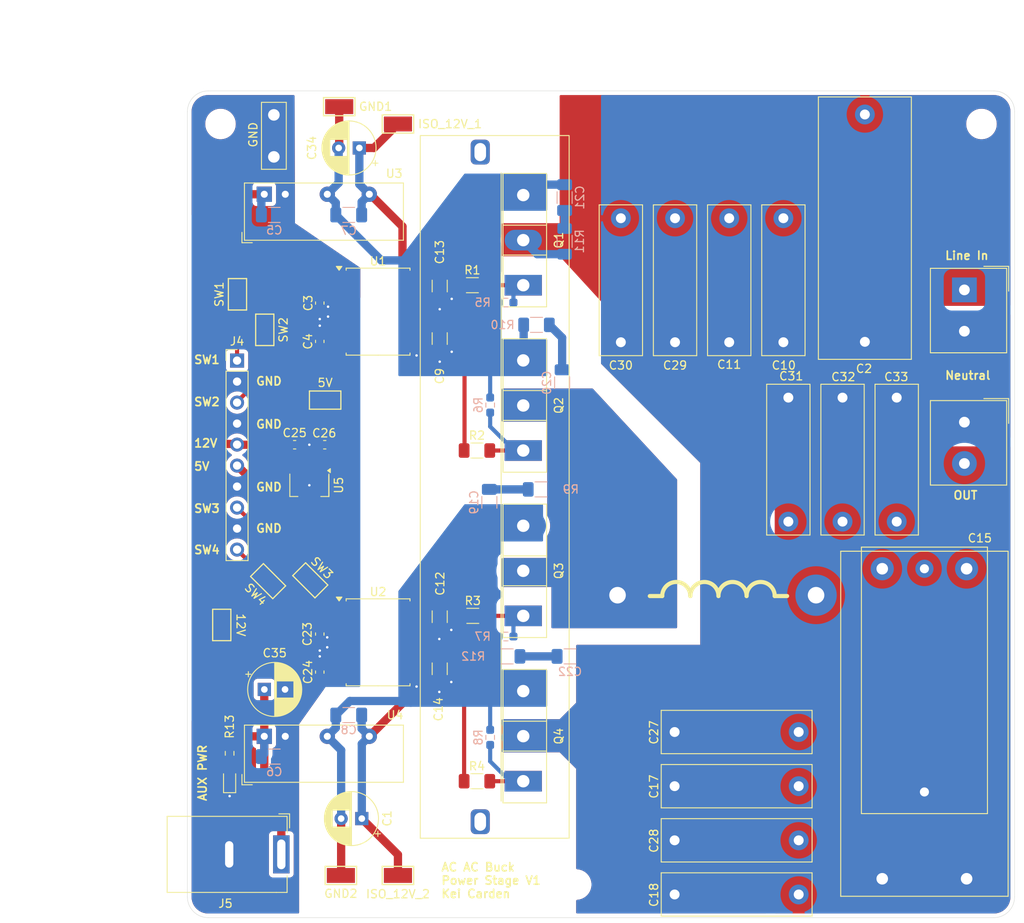
<source format=kicad_pcb>
(kicad_pcb (version 20240108) (generator "pcbnew") (generator_version "8.0")
  (layers (0 "F.Cu" signal) (31 "B.Cu" signal) (34 "B.Paste" user) (35 "F.Paste" user) (36 "B.SilkS" user "B.Silkscreen") (37 "F.SilkS" user "F.Silkscreen") (38 "B.Mask" user) (39 "F.Mask" user) (44 "Edge.Cuts" user))
  (net 0 "")
  (net 1 "GND")
  (net 2 "+12V")
  (net 3 "+5V")
  (net 4 "GND1")
  (net 5 "GND2")
  (net 6 "/Line")
  (net 7 "Net-(Q1-G)")
  (net 8 "Net-(Q2-G)")
  (net 9 "/SW-Node")
  (net 10 "Net-(Q3-G)")
  (net 11 "Net-(Q4-G)")
  (net 12 "/Neutral")
  (net 13 "/SW1")
  (net 14 "/SW2")
  (net 15 "/SW3")
  (net 16 "/SW4")
  (net 17 "/PWMB_2")
  (net 21 "/PWMA_2")
  (net 23 "/PWMA_1")
  (net 25 "/PWMB_1")
  (net 27 "Net-(C19-Pad1)")
  (net 28 "Net-(C20-Pad1)")
  (net 29 "Net-(C21-Pad1)")
  (net 30 "Net-(C22-Pad1)")
  (net 31 "/out")
  (net 32 "ISO_12V_1")
  (net 33 "ISO_12V_2")
  (net 34 "Net-(D1-A)")
  (footprint "Package_TO_SOT_SMD:SOT-89-3_Handsoldering" (layer "F.Cu") (at 120.8875 90.7 -90)
    (property "Reference" "U5")
    (property "Value" "L78L05_SOT89")
  )
  (footprint "Capacitor_SMD:C_1206_3216Metric_Pad1.33x1.80mm_HandSolder" (layer "F.Cu") (at 136.65 112.9 -90)
    (property "Reference" "C14")
    (property "Value" "1u")
  )
  (footprint "Capacitor_SMD:C_0603_1608Metric_Pad1.08x0.95mm_HandSolder" (layer "F.Cu") (at 122.15 108.7 -90)
    (property "Reference" "C23")
    (property "Value" "1u")
  )
  (footprint "Capacitor_THT:C_Rect_L18.0mm_W5.0mm_P15.00mm_FKS3_FKP3" (layer "F.Cu") (at 180.05 120.55 180)
    (property "Reference" "C27")
    (property "Value" "100n ")
  )
  (footprint "Resistor_SMD:R_1206_3216Metric_Pad1.30x1.75mm_HandSolder" (layer "F.Cu") (at 141.15 126.5)
    (property "Reference" "R4")
    (property "Value" "10R")
  )
  (footprint "TestPoint:TestPoint_Keystone_5015_Micro-Minature" (layer "F.Cu") (at 115.9 102.3 135)
    (property "Reference" "TP9" (hide yes))
    (property "Value" "SW4")
  )
  (footprint "Capacitor_THT:C_Rect_L18.0mm_W5.0mm_P15.00mm_FKS3_FKP3" (layer "F.Cu") (at 185.35 95.1 90)
    (property "Reference" "C32")
    (property "Value" "100n ")
  )
  (footprint "Capacitor_THT:C_Rect_L32.0mm_W15.0mm_P27.00mm" (layer "F.Cu") (at 195.25 100.8 -90)
    (property "Reference" "C16" (hide yes))
    (property "Value" "1u ~250V ")
  )
  (footprint "TestPoint:TestPoint_Keystone_5015_Micro-Minature" (layer "F.Cu") (at 122.8 80.4)
    (property "Reference" "TP6" (hide yes))
    (property "Value" "5V")
  )
  (footprint "Connector_PinHeader_2.54mm:PinHeader_1x10_P2.54mm_Vertical" (layer "F.Cu") (at 112.15 75.62)
    (property "Reference" "J4")
    (property "Value" "Control_Board_Conn")
  )
  (footprint "TestPoint:TestPoint_Keystone_5015_Micro-Minature" (layer "F.Cu") (at 131.6 137.9)
    (property "Reference" "TP5" (hide yes))
    (property "Value" "ISO_12V_2")
  )
  (footprint "MountingHole:MountingHole_3.2mm_M3_DIN965" (layer "F.Cu") (at 110.15 47)
    (property "Reference" "H1" (hide yes))
    (property "Value" "MountingHole")
  )
  (footprint "Capacitor_THT:CP_Radial_D6.3mm_P2.50mm" (layer "F.Cu") (at 127.23238 131.02119 180)
    (property "Reference" "C1")
    (property "Value" "100u")
  )
  (footprint "TestPoint:TestPoint_2Pads_Pitch5.08mm_Drill1.3mm" (layer "F.Cu") (at 116.6 50.98 90)
    (property "Reference" "TP11" (hide yes))
    (property "Value" "GND")
  )
  (footprint "Capacitor_THT:C_Rect_L18.0mm_W5.0mm_P15.00mm_FKS3_FKP3" (layer "F.Cu") (at 171.65 58.4 -90)
    (property "Reference" "C11")
    (property "Value" "100n ")
  )
  (footprint "LED_SMD:LED_0603_1608Metric" (layer "F.Cu") (at 111.25 126.4 90)
    (property "Reference" "D1" (hide yes))
    (property "Value" "AUX PWR" (hide yes))
  )
  (footprint "TestPoint:TestPoint_Keystone_5015_Micro-Minature" (layer "F.Cu") (at 124.7 137.9)
    (property "Reference" "TP3" (hide yes))
    (property "Value" "GND2")
  )
  (footprint "Capacitor_SMD:C_0603_1608Metric_Pad1.08x0.95mm_HandSolder" (layer "F.Cu") (at 122.75 85.8 180)
    (property "Reference" "C26")
    (property "Value" "2u2")
  )
  (footprint "Connector_BarrelJack:BarrelJack_GCT_DCJ200-10-A_Horizontal" (layer "F.Cu") (at 117.5 135.35 -90)
    (property "Reference" "J5")
    (property "Value" "Jack-DC")
  )
  (footprint "Power-stage:IHL-Series" (layer "F.Cu") (at 122.15 57.95 90)
    (property "Reference" "U3")
    (property "Value" "IHL0212S15")
  )
  (footprint "TestPoint:TestPoint_Keystone_5015_Micro-Minature" (layer "F.Cu") (at 131.6 47)
    (property "Reference" "TP4" (hide yes))
    (property "Value" "ISO_12V_1")
  )
  (footprint "TestPoint:TestPoint_Keystone_5015_Micro-Minature" (layer "F.Cu") (at 121 102.2 135)
    (property "Reference" "TP10" (hide yes))
    (property "Value" "SW3")
  )
  (footprint "Capacitor_SMD:C_1206_3216Metric_Pad1.33x1.80mm_HandSolder" (layer "F.Cu") (at 136.65 72.955 -90)
    (property "Reference" "C9")
    (property "Value" "1u")
  )
  (footprint "Package_SO:SOIC-16W_7.5x10.3mm_P1.27mm" (layer "F.Cu") (at 129.2 109.7)
    (property "Reference" "U2")
    (property "Value" "UCC21520ADW")
  )
  (footprint "TestPoint:TestPoint_Keystone_5015_Micro-Minature" (layer "F.Cu") (at 124.5 44.9 180)
    (property "Reference" "TP2" (hide yes))
    (property "Value" "GND1")
  )
  (footprint "Capacitor_SMD:C_0603_1608Metric_Pad1.08x0.95mm_HandSolder" (layer "F.Cu") (at 119.1125 85.8)
    (property "Reference" "C25")
    (property "Value" "2u2")
  )
  (footprint "Capacitor_THT:C_Rect_L18.0mm_W5.0mm_P15.00mm_FKS3_FKP3" (layer "F.Cu") (at 180.05 127.1 180)
    (property "Reference" "C17")
    (property "Value" "100n ")
  )
  (footprint "Capacitor_THT:C_Rect_L18.0mm_W5.0mm_P15.00mm_FKS3_FKP3" (layer "F.Cu") (at 180.05 140.2 180)
    (property "Reference" "C18")
    (property "Value" "100n ")
  )
  (footprint "Capacitor_SMD:C_1206_3216Metric_Pad1.33x1.80mm_HandSolder" (layer "F.Cu") (at 136.65 106.6 -90)
    (property "Reference" "C12")
    (property "Value" "1u")
  )
  (footprint "MountingHole:MountingHole_3.2mm_M3_DIN965" (layer "F.Cu") (at 202.15 47)
    (property "Reference" "H2" (hide yes))
    (property "Value" "MountingHole")
  )
  (footprint "Package_TO_SOT_THT:TO-247-3_Vertical" (layer "F.Cu") (at 146.75 86.5 90)
    (property "Reference" "Q2")
    (property "Value" "Q_NMOS_GDS")
  )
  (footprint "Capacitor_THT:C_Rect_L18.0mm_W5.0mm_P15.00mm_FKS3_FKP3" (layer "F.Cu") (at 165.1 58.4 -90)
    (property "Reference" "C29")
    (property "Value" "100n ")
  )
  (footprint "Package_TO_SOT_THT:TO-247-3_Vertical" (layer "F.Cu") (at 146.75 106.5 90)
    (property "Reference" "Q3")
    (property "Value" "Q_NMOS_GDS")
  )
  (footprint "Capacitor_THT:C_Rect_L18.0mm_W5.0mm_P15.00mm_FKS3_FKP3" (layer "F.Cu") (at 180.05 133.65 180)
    (property "Reference" "C28")
    (property "Value" "100n ")
  )
  (footprint "Capacitor_SMD:C_0603_1608Metric_Pad1.08x0.95mm_HandSolder" (layer "F.Cu") (at 122.15 73.3 90)
    (property "Reference" "C4")
    (property "Value" "1u")
  )
  (footprint "Package_TO_SOT_THT:TO-247-3_Vertical" (layer "F.Cu") (at 146.75 126.5 90)
    (property "Reference" "Q4")
    (property "Value" "Q_NMOS_GDS")
  )
  (footprint "TestPoint:TestPoint_Keystone_5015_Micro-Minature" (layer "F.Cu") (at 110.3 107.6 90)
    (property "Reference" "TP1" (hide yes))
    (property "Value" "12V")
  )
  (footprint "Capacitor_THT:C_Rect_L18.0mm_W5.0mm_P15.00mm_FKS3_FKP3" (layer "F.Cu") (at 191.9 95.1 90)
    (property "Reference" "C33")
    (property "Value" "100n ")
  )
  (footprint "Capacitor_SMD:C_0603_1608Metric_Pad1.08x0.95mm_HandSolder" (layer "F.Cu") (at 122.15 113.3 90)
    (property "Reference" "C24")
    (property "Value" "1u")
  )
  (footprint "Capacitor_THT:C_Rect_L41.5mm_W20.0mm_P37.50mm_MKS4" (layer "F.Cu") (at 195.25 100.8 -90)
    (property "Reference" "C15")
    (property "Value" "1u ~250V ")
  )
  (footprint "Capacitor_THT:C_Rect_L18.0mm_W5.0mm_P15.00mm_FKS3_FKP3" (layer "F.Cu") (at 178.8 95.1 90)
    (property "Reference" "C31")
    (property "Value" "100n ")
  )
  (footprint "TestPoint:TestPoint_Keystone_5015_Micro-Minature" (layer "F.Cu") (at 115.5 71.9 90)
    (property "Reference" "TP8" (hide yes))
    (property "Value" "SW2")
  )
  (footprint "Omite-heatsink:Omite-heatsink" (layer "F.Cu") (at 143.8 90.9 90)
    (property "Reference" "HS1" (hide yes))
    (property "Value" "Heatsink")
  )
  (footprint "MountingHole:MountingHole_3.2mm_M3_DIN965" (layer "F.Cu") (at 153.15 139)
    (property "Reference" "H3" (hide yes))
    (property "Value" "MountingHole")
  )
  (footprint "Power-stage:IHL-Series" (layer "F.Cu") (at 122.15 123.52119 90)
    (property "Reference" "U4")
    (property "Value" "IHL0212S15")
  )
  (footprint "Capacitor_THT:C_Rect_L18.0mm_W5.0mm_P15.00mm_FKS3_FKP3" (layer "F.Cu") (at 158.55 58.4 -90)
    (property "Reference" "C30")
    (property "Value" "100n ")
  )
  (footprint "Resistor_SMD:R_1206_3216Metric_Pad1.30x1.75mm_HandSolder" (layer "F.Cu") (at 141.15 86.5)
    (property "Reference" "R2")
    (property "Value" "10R")
  )
  (footprint "Resistor_SMD:R_1206_3216Metric_Pad1.30x1.75mm_HandSolder" (layer "F.Cu") (at 140.6 66.5)
    (property "Reference" "R1")
    (property "Value" "10R")
  )
  (footprint "TestPoint:TestPoint_Keystone_5015_Micro-Minature" (layer "F.Cu") (at 112.2 67.6 90)
    (property "Reference" "TP7" (hide yes))
    (property "Value" "SW1")
  )
  (footprint "Capacitor_THT:C_Rect_L18.0mm_W5.0mm_P15.00mm_FKS3_FKP3" (layer "F.Cu") (at 178.2 58.4 -90)
    (property "Reference" "C10")
    (property "Value" "100n ")
  )
  (footprint "Capacitor_THT:CP_Radial_D6.3mm_P2.50mm" (layer "F.Cu") (at 115.45 115.4)
    (property "Reference" "C35")
    (property "Value" "100u")
  )
  (footprint "TerminalBlock_Altech:Altech_AK100_1x02_P5.00mm" (layer "F.Cu") (at 200.0825 83.0675 -90)
    (property "Reference" "J6" (hide yes))
    (property "Value" "Out")
  )
  (footprint "Capacitor_SMD:C_0603_1608Metric_Pad1.08x0.95mm_HandSolder" (layer "F.Cu") (at 122.15 68.6625 -90)
    (property "Reference" "C3")
    (property "Value" "1u")
  )
  (footprint "Capacitor_THT:CP_Radial_D6.3mm_P2.50mm" (layer "F.Cu") (at 126.93238 49.9 180)
    (property "Reference" "C34")
    (property "Value" "100u")
  )
  (footprint "Package_TO_SOT_THT:TO-247-3_Vertical" (layer "F.Cu") (at 146.75 66.5 90)
    (property "Reference" "Q1")
    (property "Value" "Q_NMOS_GDS")
  )
  (footprint "Resistor_SMD:R_1206_3216Metric_Pad1.30x1.75mm_HandSolder" (layer "F.Cu") (at 140.65 106.5)
    (property "Reference" "R3")
    (property "Value" "10R")
  )
  (footprint "Capacitor_THT:C_Rect_L31.5mm_W11.0mm_P27.50mm_MKS4" (layer "F.Cu") (at 188.05 45.85 -90)
    (property "Reference" "C2")
    (property "Value" "1u ~250V ")
  )
  (footprint "Capacitor_SMD:C_1206_3216Metric_Pad1.33x1.80mm_HandSolder" (layer "F.Cu") (at 136.65 66.6 -90)
    (property "Reference" "C13")
    (property "Value" "1u")
  )
  (footprint "TerminalBlock_Altech:Altech_AK100_1x02_P5.00mm" (layer "F.Cu") (at 200.0825 67.0675 -90)
    (property "Reference" "J3" (hide yes))
    (property "Value" "In")
  )
  (footprint "Package_SO:SOIC-16W_7.5x10.3mm_P1.27mm" (layer "F.Cu") (at 129.2 69.7)
    (property "Reference" "U1")
    (property "Value" "UCC21520ADW")
  )
  (footprint "Resistor_SMD:R_0603_1608Metric" (layer "F.Cu") (at 111.25 123.125 -90)
    (property "Reference" "R13")
    (property "Value" "2k2")
  )
  (footprint "Capacitor_SMD:C_1206_3216Metric_Pad1.33x1.80mm_HandSolder" (layer "B.Cu") (at 151.75 55.9 90)
    (property "Reference" "C21")
    (property "Value" "C")
  )
  (footprint "Capacitor_SMD:C_1206_3216Metric_Pad1.33x1.80mm_HandSolder" (layer "B.Cu") (at 125.65 58 180)
    (property "Reference" "C7")
    (property "Value" "1u")
  )
  (footprint "Capacitor_SMD:C_1206_3216Metric_Pad1.33x1.80mm_HandSolder" (layer "B.Cu") (at 125.65 118.5 180)
    (property "Reference" "C8")
    (property "Value" "1u")
  )
  (footprint "Resistor_SMD:R_1206_3216Metric_Pad1.30x1.75mm_HandSolder" (layer "B.Cu") (at 148.35 71.3)
    (property "Reference" "R10")
    (property "Value" "R")
  )
  (footprint "Resistor_SMD:R_0603_1608Metric_Pad0.98x0.95mm_HandSolder" (layer "B.Cu") (at 142.75 81 -90)
    (property "Reference" "R6")
    (property "Value" "10k")
  )
  (footprint "Capacitor_SMD:C_1206_3216Metric_Pad1.33x1.80mm_HandSolder" (layer "B.Cu") (at 152.4 111.4)
    (property "Reference" "C22")
    (property "Value" "C")
  )
  (footprint "Capacitor_SMD:C_1206_3216Metric_Pad1.33x1.80mm_HandSolder" (layer "B.Cu") (at 116.65 58)
    (property "Reference" "C5")
    (property "Value" "1u")
  )
  (footprint "Capacitor_SMD:C_1206_3216Metric_Pad1.33x1.80mm_HandSolder" (layer "B.Cu") (at 116.65 123.52119)
    (property "Reference" "C6")
    (property "Value" "1u")
  )
  (footprint "Resistor_SMD:R_1206_3216Metric_Pad1.30x1.75mm_HandSolder" (layer "B.Cu") (at 151.75 61.2 90)
    (property "Reference" "R11")
    (property "Value" "R")
  )
  (footprint "Resistor_SMD:R_1206_3216Metric_Pad1.30x1.75mm_HandSolder" (layer "B.Cu") (at 148.9 91.2 180)
    (property "Reference" "R9")
    (property "Value" "R")
  )
  (footprint "Resistor_SMD:R_0603_1608Metric_Pad0.98x0.95mm_HandSolder" (layer "B.Cu") (at 144.65 68.6 180)
    (property "Reference" "R5")
    (property "Value" "10k")
  )
  (footprint "Capacitor_SMD:C_1206_3216Metric_Pad1.33x1.80mm_HandSolder" (layer "B.Cu") (at 151.45 78.3 -90)
    (property "Reference" "C20")
    (property "Value" "C")
  )
  (footprint "Resistor_SMD:R_0603_1608Metric_Pad0.98x0.95mm_HandSolder" (layer "B.Cu") (at 144.65 109 180)
    (property "Reference" "R7")
    (property "Value" "10k")
  )
  (footprint "Capacitor_SMD:C_1206_3216Metric_Pad1.33x1.80mm_HandSolder" (layer "B.Cu") (at 142.65 92.7625 -90)
    (property "Reference" "C19")
    (property "Value" "C")
  )
  (footprint "Resistor_SMD:R_0603_1608Metric_Pad0.98x0.95mm_HandSolder" (layer "B.Cu") (at 142.75 121.2 -90)
    (property "Reference" "R8")
    (property "Value" "10k")
  )
  (footprint "Resistor_SMD:R_1206_3216Metric_Pad1.30x1.75mm_HandSolder" (layer "B.Cu") (at 144.8 111.4)
    (property "Reference" "R12")
    (property "Value" "R")
  )
  (gr_line (start 162.05 104.1) (end 163.55 104.1) (stroke (width 0.5)) (layer "F.SilkS"))
  (gr_arc (start 166.95 104.1) (mid 168.65 102.4) (end 170.35 104.1) (stroke (width 0.5)) (layer "F.SilkS"))
  (gr_arc (start 163.55 104.1) (mid 165.25 102.4) (end 166.95 104.1) (stroke (width 0.5)) (layer "F.SilkS"))
  (gr_arc (start 173.75 104.1) (mid 175.45 102.4) (end 177.15 104.1) (stroke (width 0.5)) (layer "F.SilkS"))
  (gr_arc (start 170.35 104.1) (mid 172.05 102.4) (end 173.75 104.1) (stroke (width 0.5)) (layer "F.SilkS"))
  (gr_line (start 177.15 104.1) (end 178.65 104.1) (stroke (width 0.5)) (layer "F.SilkS"))
  (gr_arc (start 203.65 43) (mid 205.417767 43.732233) (end 206.15 45.5) (stroke (width 0.05)) (layer "Edge.Cuts"))
  (gr_line (start 106.15 140.5) (end 106.15 45.5) (stroke (width 0.05)) (layer "Edge.Cuts"))
  (gr_line (start 206.15 45.5) (end 206.15 140.5) (stroke (width 0.05)) (layer "Edge.Cuts"))
  (gr_arc (start 106.15 45.5) (mid 106.882233 43.732233) (end 108.65 43) (stroke (width 0.05)) (layer "Edge.Cuts"))
  (gr_line (start 108.65 43) (end 203.65 43) (stroke (width 0.05)) (layer "Edge.Cuts"))
  (gr_line (start 203.65 143) (end 108.65 143) (stroke (width 0.05)) (layer "Edge.Cuts"))
  (gr_arc (start 206.15 140.5) (mid 205.417767 142.267767) (end 203.65 143) (stroke (width 0.05)) (layer "Edge.Cuts"))
  (gr_arc (start 108.65 143) (mid 106.882233 142.267767) (end 106.15 140.5) (stroke (width 0.05)) (layer "Edge.Cuts"))
  (gr_text "Neutral" (at 197.65 78 0) (layer "F.SilkS") (effects (font (size 1 1) (thickness 0.2) (bold yes)) (justify left bottom)))
  (gr_text "GND" (at 114.35 78.7 0) (layer "F.SilkS") (effects (font (size 1 1) (thickness 0.2) (bold yes)) (justify left bottom)))
  (gr_text "AC AC Buck\nPower Stage V1\nKei Carden" (at 136.75 140.7 0) (layer "F.SilkS") (effects (font (size 1 1) (thickness 0.2) (bold yes)) (justify left bottom)))
  (gr_text "SW3" (at 106.85 94.1 0) (layer "F.SilkS") (effects (font (size 1 1) (thickness 0.2) (bold yes)) (justify left bottom)))
  (gr_text "GND" (at 114.35 91.5 0) (layer "F.SilkS") (effects (font (size 1 1) (thickness 0.2) (bold yes)) (justify left bottom)))
  (gr_text "AUX PWR" (at 108.55 129 90) (layer "F.SilkS") (effects (font (size 1 1) (thickness 0.2) (bold yes)) (justify left bottom)))
  (gr_text "5V\n" (at 106.85 89 0) (layer "F.SilkS") (effects (font (size 1 1) (thickness 0.2) (bold yes)) (justify left bottom)))
  (gr_text "SW4" (at 106.85 99.1 0) (layer "F.SilkS") (effects (font (size 1 1) (thickness 0.2) (bold yes)) (justify left bottom)))
  (gr_text "OUT" (at 198.65 92.5 0) (layer "F.SilkS") (effects (font (size 1 1) (thickness 0.2) (bold yes)) (justify left bottom)))
  (gr_text "SW2" (at 106.85 81.2 0) (layer "F.SilkS") (effects (font (size 1 1) (thickness 0.2) (bold yes)) (justify left bottom)))
  (gr_text "GND" (at 114.35 83.9 0) (layer "F.SilkS") (effects (font (size 1 1) (thickness 0.2) (bold yes)) (justify left bottom)))
  (gr_text "SW1" (at 106.85 76.1 0) (layer "F.SilkS") (effects (font (size 1 1) (thickness 0.2) (bold yes)) (justify left bottom)))
  (gr_text "12V" (at 106.85 86.2 0) (layer "F.SilkS") (effects (font (size 1 1) (thickness 0.2) (bold yes)) (justify left bottom)))
  (gr_text "Line In" (at 197.65 63.5 0) (layer "F.SilkS") (effects (font (size 1 1) (thickness 0.2) (bold yes)) (justify left bottom)))
  (gr_text "GND" (at 114.35 96.5 0) (layer "F.SilkS") (effects (font (size 1 1) (thickness 0.2) (bold yes)) (justify left bottom)))
  (segment (start 120.8875 85.8) (end 120.8875 88.3375) (width 0.9) (layer "F.Cu") (net 1))
  (segment (start 124.515 110.3) (end 124.55 110.335) (width 0.5) (layer "F.Cu") (net 1))
  (segment (start 120.8875 85.8) (end 121.8875 85.8) (width 0.9) (layer "F.Cu") (net 1))
  (segment (start 117.95 115.4) (end 117.95 121.04119) (width 1) (layer "F.Cu") (net 1))
  (segment (start 124.515 69.1) (end 124.55 69.065) (width 0.5) (layer "F.Cu") (net 1))
  (segment (start 124.515 70.3) (end 124.55 70.335) (width 0.5) (layer "F.Cu") (net 1))
  (segment (start 119.975 85.8) (end 120.8875 85.8) (width 0.9) (layer "F.Cu") (net 1))
  (segment (start 117.95 121.04119) (end 117.98 121.07119) (width 1) (layer "F.Cu") (net 1))
  (segment (start 124.515 109.1) (end 124.55 109.065) (width 0.5) (layer "F.Cu") (net 1))
  (via (at 122.15 111.4) (size 0.6) (drill 0.3) (layers "F.Cu" "B.Cu") (net 1))
  (via (at 122.15 70.6) (size 0.6) (drill 0.3) (layers "F.Cu" "B.Cu") (net 1))
  (via (at 120.8875 90.7) (size 0.6) (drill 0.3) (layers "F.Cu" "B.Cu") (net 1))
  (via (at 122.15 71.4) (size 0.6) (drill 0.3) (layers "F.Cu" "B.Cu") (net 1))
  (via (at 111.25 128.3) (size 0.6) (drill 0.3) (layers "F.Cu" "B.Cu") (net 1))
  (via (at 123.15 70.3) (size 0.6) (drill 0.3) (layers "F.Cu" "B.Cu") (net 1))
  (via (at 123.05 109.1) (size 0.6) (drill 0.3) (layers "F.Cu" "B.Cu") (net 1))
  (via (at 123.05 110.3) (size 0.6) (drill 0.3) (layers "F.Cu" "B.Cu") (net 1))
  (via (at 122.15 110.7) (size 0.6) (drill 0.3) (layers "F.Cu" "B.Cu") (net 1))
  (via (at 123.15 69.1) (size 0.6) (drill 0.3) (layers "F.Cu" "B.Cu") (net 1))
  (via (at 120.8875 85.8) (size 0.6) (drill 0.3) (layers "F.Cu" "B.Cu") (net 1))
  (segment (start 107.75 84.6) (end 107.75 85.5) (width 1) (layer "F.Cu") (net 2))
  (segment (start 118.25 87.1125) (end 119.3875 88.25) (width 0.9) (layer "F.Cu") (net 2))
  (segment (start 107.95 85.7) (end 112.07 85.7) (width 1) (layer "F.Cu") (net 2))
  (segment (start 112.07 85.7) (end 112.15 85.78) (width 1) (layer "F.Cu") (net 2))
  (segment (start 107.75 85.5) (end 107.95 85.7) (width 1) (layer "F.Cu") (net 2))
  (segment (start 117.5 129.35) (end 117.5 135.35) (width 1) (layer "F.Cu") (net 2))
  (segment (start 107.75 84.6) (end 107.75 87.5) (width 1) (layer "F.Cu") (net 2))
  (segment (start 107.75 118.7) (end 110.12119 121.07119) (width 1) (layer "F.Cu") (net 2))
  (segment (start 107.75 110.1) (end 107.75 118.7) (width 1) (layer "F.Cu") (net 2))
  (segment (start 110.75 55.5) (end 107.75 58.5) (width 1) (layer "F.Cu") (net 2))
  (segment (start 115.44 127.29) (end 117.5 129.35) (width 1) (layer "F.Cu") (net 2))
  (segment (start 118.25 85.8) (end 118.25 87.1125) (width 0.9) (layer "F.Cu") (net 2))
  (segment (start 107.75 109) (end 107.75 110.1) (width 1) (layer "F.Cu") (net 2))
  (segment (start 115.44 121.07119) (end 115.44 115.41) (width 1) (layer "F.Cu") (net 2))
  (segment (start 107.75 107.7) (end 107.85 107.6) (width 1) (layer "F.Cu") (net 2))
  (segment (start 111.25 122.3) (end 111.25 121.07119) (width 0.5) (layer "F.Cu") (net 2))
  (segment (start 107.75 107.7) (end 107.75 109) (width 1) (layer "F.Cu") (net 2))
  (segment (start 107.75 58.5) (end 107.75 84.6) (width 1) (layer "F.Cu") (net 2))
  (segment (start 110.12119 121.07119) (end 111.25 121.07119) (width 1) (layer "F.Cu") (net 2))
  (segment (start 107.85 107.6) (end 110.3 107.6) (width 1) (layer "F.Cu") (net 2))
  (segment (start 107.75 87.5) (end 107.75 107.7) (width 1) (layer "F.Cu") (net 2))
  (segment (start 115.44 115.41) (end 115.45 115.4) (width 1) (layer "F.Cu") (net 2))
  (segment (start 112.2025 85.8) (end 118.25 85.8) (width 1) (layer "F.Cu") (net 2))
  (segment (start 111.25 121.07119) (end 115.44 121.07119) (width 1) (layer "F.Cu") (net 2))
  (segment (start 115.44 55.5) (end 110.75 55.5) (width 1) (layer "F.Cu") (net 2))
  (segment (start 115.44 121.07119) (end 115.44 127.29) (width 1) (layer "F.Cu") (net 2))
  (segment (start 115.44 121.07119) (end 115.44 123.16869) (width 1) (layer "B.Cu") (net 2))
  (segment (start 115.0875 58) (end 115.0875 55.8625) (width 1) (layer "B.Cu") (net 2))
  (segment (start 115.0875 55.8625) (end 115.45 55.5) (width 1) (layer "B.Cu") (net 2))
  (segment (start 115.44 123.16869) (end 115.0875 123.52119) (width 1) (layer "B.Cu") (net 2))
  (segment (start 124.5325 114.1625) (end 124.55 114.145) (width 0.5) (layer "F.Cu") (net 3))
  (segment (start 126.15 107.795) (end 124.55 107.795) (width 0.5) (layer "F.Cu") (net 3))
  (segment (start 123.6125 87.025) (end 122.3875 88.25) (width 0.9) (layer "F.Cu") (net 3))
  (segment (start 125.805 114.145) (end 124.55 114.145) (width 0.5) (layer "F.Cu") (net 3))
  (segment (start 126.145 71.605) (end 126.15 71.6) (width 0.5) (layer "F.Cu") (net 3))
  (segment (start 126.05 80.4) (end 122.8 80.4) (width 1) (layer "F.Cu") (net 3))
  (segment (start 126.1375 85.8) (end 123.6125 85.8) (width 1) (layer "F.Cu") (net 3))
  (segment (start 123.6125 85.8) (end 123.6125 87.025) (width 0.9) (layer "F.Cu") (net 3))
  (segment (start 124.55 67.795) (end 125.574999 67.795) (width 0.5) (layer "F.Cu") (net 3))
  (segment (start 126.15 103.5) (end 126.15 107.795) (width 0.5) (layer "F.Cu") (net 3))
  (segment (start 124.55 111.605) (end 126.145 111.605) (width 0.5) (layer "F.Cu") (net 3))
  (segment (start 124.5075 107.8375) (end 124.55 107.795) (width 0.5) (layer "F.Cu") (net 3))
  (segment (start 112.17 88.32) (end 112.15 88.32) (width 1) (layer "F.Cu") (net 3))
  (segment (start 122.25 107.8375) (end 124.5075 107.8375) (width 0.5) (layer "F.Cu") (net 3))
  (segment (start 126.15 94.3) (end 126.15 95) (width 1) (layer "F.Cu") (net 3))
  (segment (start 126.145 111.605) (end 126.15 111.6) (width 0.5) (layer "F.Cu") (net 3))
  (segment (start 126.15 87.2) (end 126.15 94.3) (width 1) (layer "F.Cu") (net 3))
  (segment (start 124.55 71.605) (end 126.145 71.605) (width 0.5) (layer "F.Cu") (net 3))
  (segment (start 126.15 94.3) (end 126.15 103.5) (width 1) (layer "F.Cu") (net 3))
  (segment (start 122.15 74.1625) (end 124.3325 74.1625) (width 0.5) (layer "F.Cu") (net 3))
  (segment (start 124.545 67.8) (end 124.55 67.795) (width 0.5) (layer "F.Cu") (net 3))
  (segment (start 122.25 114.1625) (end 124.5325 114.1625) (width 0.5) (layer "F.Cu") (net 3))
  (segment (start 126.15 74.145) (end 124.55 74.145) (width 0.5) (layer "F.Cu") (net 3))
  (segment (start 126.15 113.8) (end 125.805 114.145) (width 0.5) (layer "F.Cu") (net 3))
  (segment (start 119.05 95.2) (end 112.17 88.32) (width 1) (layer "F.Cu") (net 3))
  (segment (start 126.15 95) (end 125.95 95.2) (width 1) (layer "F.Cu") (net 3))
  (segment (start 126.15 103.5) (end 126.15 111.6) (width 0.5) (layer "F.Cu") (net 3))
  (segment (start 125.574999 67.795) (end 126.15 68.370001) (width 0.5) (layer "F.Cu") (net 3))
  (segment (start 126.15 80.3) (end 126.15 84.8) (width 1) (layer "F.Cu") (net 3))
  (segment (start 126.15 80.3) (end 126.05 80.4) (width 1) (layer "F.Cu") (net 3))
  (segment (start 126.15 76) (end 126.15 74.145) (width 0.5) (layer "F.Cu") (net 3))
  (segment (start 124.3325 74.1625) (end 124.35 74.145) (width 0.5) (layer "F.Cu") (net 3))
  (segment (start 126.15 76) (end 126.15 80.3) (width 1) (layer "F.Cu") (net 3))
  (segment (start 125.95 95.2) (end 119.05 95.2) (width 1) (layer "F.Cu") (net 3))
  (segment (start 126.15 71.6) (end 126.15 76) (width 0.5) (layer "F.Cu") (net 3))
  (segment (start 126.15 84.8) (end 126.15 87.2) (width 1) (layer "F.Cu") (net 3))
  (segment (start 122.15 67.8) (end 124.545 67.8) (width 0.5) (layer "F.Cu") (net 3))
  (segment (start 126.15 111.6) (end 126.15 113.8) (width 0.5) (layer "F.Cu") (net 3))
  (segment (start 126.15 68.370001) (end 126.15 71.6) (width 0.5) (layer "F.Cu") (net 3))
  (segment (start 124.5 49.83238) (end 124.43238 49.9) (width 1) (layer "F.Cu") (net 4))
  (segment (start 134 67.795) (end 136.2825 67.795) (width 0.5) (layer "F.Cu") (net 4))
  (segment (start 134 74.145) (end 136.2775 74.145) (width 0.5) (layer "F.Cu") (net 4))
  (segment (start 136.65 75.755) (end 136.65 74.5175) (width 0.5) (layer "F.Cu") (net 4))
  (segment (start 136.6875 74.555) (end 136.65 74.5175) (width 0.5) (layer "F.Cu") (net 4))
  (segment (start 133.85 74.145) (end 133.85 75) (width 0.5) (layer "F.Cu") (net 4))
  (segment (start 138.1 74.555) (end 136.6875 74.555) (width 0.5) (layer "F.Cu") (net 4))
  (segment (start 136.2775 74.145) (end 136.65 74.5175) (width 0.5) (layer "F.Cu") (net 4))
  (segment (start 124.5 44.9) (end 124.5 49.83238) (width 1) (layer "F.Cu") (net 4))
  (segment (start 138.1 68.155) (end 136.6575 68.155) (width 0.5) (layer "F.Cu") (net 4))
  (segment (start 136.65 69.405) (end 136.65 68.1625) (width 0.5) (layer "F.Cu") (net 4))
  (segment (start 136.6575 68.155) (end 136.65 68.1625) (width 0.5) (layer "F.Cu") (net 4))
  (segment (start 136.2825 67.795) (end 136.65 68.1625) (width 0.5) (layer "F.Cu") (net 4))
  (via (at 138.1 74.555) (size 0.6) (drill 0.3) (layers "F.Cu" "B.Cu") (net 4))
  (via (at 138.1 68.155) (size 0.6) (drill 0.3) (layers "F.Cu" "B.Cu") (net 4))
  (via (at 133.85 75) (size 0.6) (drill 0.3) (layers "F.Cu" "B.Cu") (net 4))
  (via (at 136.65 69.405) (size 0.6) (drill 0.3) (layers "F.Cu" "B.Cu") (net 4))
  (via (at 136.65 75.755) (size 0.6) (drill 0.3) (layers "F.Cu" "B.Cu") (net 4))
  (segment (start 151.75 54.3375) (end 148.0125 54.3375) (width 1) (layer "B.Cu") (net 4))
  (segment (start 148.0125 54.3375) (end 146.75 55.6) (width 1) (layer "B.Cu") (net 4))
  (segment (start 142.75 80.0875) (end 142.75 77) (width 0.5) (layer "B.Cu") (net 4))
  (segment (start 124.43238 54.12762) (end 123.06 55.5) (width 1) (layer "B.Cu") (net 4))
  (segment (start 124.43238 49.9) (end 124.43238 54.12762) (width 1) (layer "B.Cu") (net 4))
  (segment (start 146.8 75.55) (end 146.75 75.6) (width 1) (layer "B.Cu") (net 4))
  (segment (start 129.5875 63.5) (end 132.15 63.5) (width 1) (layer "B.Cu") (net 4))
  (segment (start 124.0875 58) (end 124.0875 56.5275) (width 1) (layer "B.Cu") (net 4))
  (segment (start 124.0875 58) (end 129.5875 63.5) (width 1) (layer "B.Cu") (net 4))
  (segment (start 146.8 71.3) (end 146.8 75.55) (width 1) (layer "B.Cu") (net 4))
  (segment (start 124.0875 56.5275) (end 123.06 55.5) (width 1) (layer "B.Cu") (net 4))
  (segment (start 136.6 115.7) (end 136.6 114.4625) (width 0.5) (layer "F.Cu") (net 5))
  (segment (start 138.05 108.2) (end 136.6375 108.2) (width 0.5) (layer "F.Cu") (net 5))
  (segment (start 124.73238 131.02119) (end 124.73238 137.86762) (width 1) (layer "F.Cu") (net 5))
  (segment (start 124.73238 137.86762) (end 124.7 137.9) (width 1) (layer "F.Cu") (net 5))
  (segment (start 133.85 107.795) (end 136.2325 107.795) (width 0.5) (layer "F.Cu") (net 5))
  (segment (start 133.85 114.145) (end 136.2825 114.145) (width 0.5) (layer "F.Cu") (net 5))
  (segment (start 136.6375 114.5) (end 136.6 114.4625) (width 0.5) (layer "F.Cu") (net 5))
  (segment (start 136.6 108.1625) (end 136.6 109.3) (width 0.5) (layer "F.Cu") (net 5))
  (segment (start 136.2825 114.145) (end 136.6 114.4625) (width 0.5) (layer "F.Cu") (net 5))
  (segment (start 136.6375 108.2) (end 136.6 108.1625) (width 0.5) (layer "F.Cu") (net 5))
  (segment (start 138.05 114.5) (end 136.6375 114.5) (width 0.5) (layer "F.Cu") (net 5))
  (segment (start 133.85 115.05) (end 133.85 114.145) (width 0.5) (layer "F.Cu") (net 5))
  (segment (start 136.2325 107.795) (end 136.6 108.1625) (width 0.5) (layer "F.Cu") (net 5))
  (via (at 138.05 114.5) (size 0.6) (drill 0.3) (layers "F.Cu" "B.Cu") (net 5))
  (via (at 136.6 109.3) (size 0.6) (drill 0.3) (layers "F.Cu" "B.Cu") (net 5))
  (via (at 133.85 115.05) (size 0.6) (drill 0.3) (layers "F.Cu" "B.Cu") (net 5))
  (via (at 136.6 115.7) (size 0.6) (drill 0.3) (layers "F.Cu" "B.Cu") (net 5))
  (via (at 138.05 108.2) (size 0.6) (drill 0.3) (layers "F.Cu" "B.Cu") (net 5))
  (segment (start 142.75 120.2875) (end 142.75 116.4) (width 0.5) (layer "B.Cu") (net 5))
  (segment (start 124.0875 120.04369) (end 123.06 121.07119) (width 1) (layer "B.Cu") (net 5))
  (segment (start 124.73238 122.74357) (end 123.06 121.07119) (width 1) (layer "B.Cu") (net 5))
  (segment (start 125.7875 116.8) (end 132.95 116.8) (width 1) (layer "B.Cu") (net 5))
  (segment (start 124.0875 118.5) (end 125.7875 116.8) (width 1) (layer "B.Cu") (net 5))
  (segment (start 132.95 116.8) (end 133.15 117) (width 1) (layer "B.Cu") (net 5))
  (segment (start 124.0875 118.5) (end 124.0875 120.04369) (width 1) (layer "B.Cu") (net 5))
  (segment (start 124.73238 131.02119) (end 124.73238 122.74357) (width 1) (layer "B.Cu") (net 5))
  (segment (start 148.45 62.75) (end 146.75 61.05) (width 1) (layer "B.Cu") (net 6))
  (segment (start 151.75 62.75) (end 148.45 62.75) (width 1) (layer "B.Cu") (net 6))
  (segment (start 142.15 66.5) (end 146.75 66.5) (width 0.5) (layer "F.Cu") (net 7))
  (segment (start 145.5625 68.6) (end 145.5625 67.6875) (width 0.5) (layer "B.Cu") (net 7))
  (segment (start 145.5625 67.6875) (end 146.75 66.5) (width 0.5) (layer "B.Cu") (net 7))
  (segment (start 142.7 86.5) (end 146.75 86.5) (width 0.5) (layer "F.Cu") (net 8))
  (segment (start 142.75 83.6) (end 145.65 86.5) (width 0.5) (layer "B.Cu") (net 8))
  (segment (start 145.65 86.5) (end 146.75 86.5) (width 0.5) (layer "B.Cu") (net 8))
  (segment (start 142.75 81.9125) (end 142.75 83.6) (width 0.5) (layer "B.Cu") (net 8))
  (via (at 158.15 104) (size 5) (drill 2) (layers "F.Cu" "B.Cu") (net 9))
  (segment (start 142.2 106.5) (end 146.75 106.5) (width 0.5) (layer "F.Cu") (net 10))
  (segment (start 146.65 106.6) (end 146.75 106.5) (width 0.5) (layer "B.Cu") (net 10))
  (segment (start 145.5625 107.6875) (end 146.75 106.5) (width 0.5) (layer "B.Cu") (net 10))
  (segment (start 145.5625 109) (end 145.5625 107.6875) (width 0.5) (layer "B.Cu") (net 10))
  (segment (start 142.7 126.5) (end 146.75 126.5) (width 0.5) (layer "F.Cu") (net 11))
  (segment (start 145.15 126.5) (end 146.75 126.5) (width 0.5) (layer "B.Cu") (net 11))
  (segment (start 142.75 122.1125) (end 142.75 124.1) (width 0.5) (layer "B.Cu") (net 11))
  (segment (start 142.75 124.1) (end 145.15 126.5) (width 0.5) (layer "B.Cu") (net 11))
  (segment (start 139.025 66.525) (end 139.05 66.5) (width 0.5) (layer "F.Cu") (net 13))
  (segment (start 133.65 66.525) (end 139.025 66.525) (width 0.5) (layer "F.Cu") (net 13))
  (segment (start 139.65 74) (end 139.65 86.45) (width 0.5) (layer "F.Cu") (net 14))
  (segment (start 139.65 86.45) (end 139.6 86.5) (width 0.5) (layer "F.Cu") (net 14))
  (segment (start 133.65 72.875) (end 138.525 72.875) (width 0.5) (layer "F.Cu") (net 14))
  (segment (start 138.525 72.875) (end 139.65 74) (width 0.5) (layer "F.Cu") (net 14))
  (segment (start 139.075 106.525) (end 139.1 106.5) (width 0.5) (layer "F.Cu") (net 15))
  (segment (start 133.85 106.525) (end 139.075 106.525) (width 0.5) (layer "F.Cu") (net 15))
  (segment (start 139.6 126.5) (end 139.6 114.35) (width 0.5) (layer "F.Cu") (net 16))
  (segment (start 139.6 114.35) (end 138.125 112.875) (width 0.5) (layer "F.Cu") (net 16))
  (segment (start 138.125 112.875) (end 133.85 112.875) (width 0.5) (layer "F.Cu") (net 16))
  (segment (start 124.55 106.525) (end 120.175 106.525) (width 0.5) (layer "F.Cu") (net 17))
  (segment (start 112.15 98.5) (end 112.15 98.48) (width 0.5) (layer "F.Cu") (net 17))
  (segment (start 120.175 106.525) (end 112.15 98.5) (width 0.5) (layer "F.Cu") (net 17))
  (segment (start 124.55 105.255) (end 124.005 105.255) (width 0.5) (layer "F.Cu") (net 21))
  (segment (start 124.005 105.255) (end 112.15 93.4) (width 0.5) (layer "F.Cu") (net 21))
  (segment (start 112.15 93.4) (end 112.15 93.6) (width 0.5) (layer "F.Cu") (net 21))
  (segment (start 112.15 67.21005) (end 112.15 75.62) (width 0.5) (layer "F.Cu") (net 23))
  (segment (start 124.55 65.255) (end 114.10505 65.255) (width 0.5) (layer "F.Cu") (net 23))
  (segment (start 114.10505 65.255) (end 112.15 67.21005) (width 0.5) (layer "F.Cu") (net 23))
  (segment (start 115.55 77.2) (end 112.15 80.6) (width 0.5) (layer "F.Cu") (net 25))
  (segment (start 124.55 66.525) (end 117.525 66.525) (width 0.5) (layer "F.Cu") (net 25))
  (segment (start 112.15 80.6) (end 112.15 80.7) (width 0.5) (layer "F.Cu") (net 25))
  (segment (start 115.55 68.5) (end 115.55 77.2) (width 0.5) (layer "F.Cu") (net 25))
  (segment (start 117.525 66.525) (end 115.55 68.5) (width 0.5) (layer "F.Cu") (net 25))
  (segment (start 147.35 91.2) (end 142.65 91.2) (width 1) (layer "B.Cu") (net 27))
  (segment (start 151.45 72.85) (end 149.9 71.3) (width 1) (layer "B.Cu") (net 28))
  (segment (start 151.45 76.7375) (end 151.45 72.85) (width 1) (layer "B.Cu") (net 28))
  (segment (start 151.75 57.4625) (end 151.75 59.65) (width 1) (layer "B.Cu") (net 29))
  (segment (start 150.8375 111.4) (end 146.35 111.4) (width 1) (layer "B.Cu") (net 30))
  (via (at 182.15 104) (size 5) (drill 2) (layers "F.Cu" "B.Cu") (net 31))
  (segment (start 132.855 71.605) (end 133.85 71.605) (width 0.5) (layer "F.Cu") (net 32))
  (segment (start 132.15 65.255) (end 133.65 65.255) (width 0.5) (layer "F.Cu") (net 32))
  (segment (start 132.15 63.755) (end 132.15 70.9) (width 0.5) (layer "F.Cu") (net 32))
  (segment (start 133.65 65.255) (end 136.4325 65.255) (width 0.5) (layer "F.Cu") (net 32))
  (segment (start 136.4375 71.605) (end 136.65 71.3925) (width 0.5) (layer "F.Cu") (net 32))
  (segment (start 128.25 55.5) (end 132.15 59.4) (width 1) (layer "F.Cu") (net 32))
  (segment (start 132.15 70.9) (end 132.855 71.605) (width 0.5) (layer "F.Cu") (net 32))
  (segment (start 134 71.605) (end 136.4375 71.605) (width 0.5) (layer "F.Cu") (net 32))
  (segment (start 132.15 63.755) (end 132.15 65.255) (width 0.5) (layer "F.Cu") (net 32))
  (segment (start 128.15 55.5) (end 128.25 55.5) (width 0.5) (layer "F.Cu") (net 32))
  (segment (start 136.4325 65.255) (end 136.65 65.0375) (width 0.5) (layer "F.Cu") (net 32))
  (segment (start 132.15 59.4) (end 132.15 63.755) (width 1) (layer "F.Cu") (net 32))
  (segment (start 128.7 49.9) (end 126.93238 49.9) (width 1) (layer "F.Cu") (net 32))
  (segment (start 132.975001 71.605) (end 134 71.605) (width 0.5) (layer "F.Cu") (net 32))
  (segment (start 131.6 47) (end 128.7 49.9) (width 1) (layer "F.Cu") (net 32))
  (segment (start 131.6 46.8) (end 131.6 47) (width 1) (layer "F.Cu") (net 32))
  (segment (start 133.65 65.255) (end 132.975001 65.255) (width 0.5) (layer "F.Cu") (net 32))
  (segment (start 127.2125 58) (end 127.2125 56.4275) (width 1) (layer "B.Cu") (net 32))
  (segment (start 126.93238 54.29238) (end 128.14 55.5) (width 1) (layer "B.Cu") (net 32))
  (segment (start 126.93238 49.9) (end 126.93238 54.29238) (width 1) (layer "B.Cu") (net 32))
  (segment (start 127.2125 56.4275) (end 128.14 55.5) (width 1) (layer "B.Cu") (net 32))
  (segment (start 132.375 116.83619) (end 128.14 121.07119) (width 1) (layer "F.Cu") (net 33))
  (segment (start 133.85 111.605) (end 136.3325 111.605) (width 0.5) (layer "F.Cu") (net 33))
  (segment (start 136.3325 111.605) (end 136.6 111.3375) (width 0.5) (layer "F.Cu") (net 33))
  (segment (start 133.85 105.255) (end 136.3825 105.255) (width 0.5) (layer "F.Cu") (net 33))
  (segment (start 132.375 115.725) (end 132.375 116.83619) (width 1) (layer "F.Cu") (net 33))
  (segment (start 136.3825 105.255) (end 136.6 105.0375) (width 0.5) (layer "F.Cu") (net 33))
  (segment (start 131.6 137.9) (end 131.6 135.38881) (width 1) (layer "F.Cu") (net 33))
  (segment (start 132.375 111.605) (end 132.375 115.675) (width 0.5) (layer "F.Cu") (net 33))
  (segment (start 132.795 105.255) (end 132.375 105.675) (width 0.5) (layer "F.Cu") (net 33))
  (segment (start 131.6 135.38881) (end 127.23238 131.02119) (width 1) (layer "F.Cu") (net 33))
  (segment (start 132.77 111.605) (end 133.85 111.605) (width 0.5) (layer "F.Cu") (net 33))
  (segment (start 133.85 111.605) (end 132.375 111.605) (width 0.5) (layer "F.Cu") (net 33))
  (segment (start 133.85 105.255) (end 132.795 105.255) (width 0.5) (layer "F.Cu") (net 33))
  (segment (start 132.375 115.675) (end 132.4 115.7) (width 0.5) (layer "F.Cu") (net 33))
  (segment (start 132.375 105.675) (end 132.375 112) (width 0.5) (layer "F.Cu") (net 33))
  (segment (start 127.23238 121.97881) (end 128.14 121.07119) (width 1) (layer "B.Cu") (net 33))
  (segment (start 127.2125 118.5) (end 127.2125 120.14369) (width 1) (layer "B.Cu") (net 33))
  (segment (start 127.2125 120.14369) (end 128.14 121.07119) (width 1) (layer "B.Cu") (net 33))
  (segment (start 127.23238 131.02119) (end 127.23238 121.97881) (width 1) (layer "B.Cu") (net 33))
  (segment (start 111.25 125.6125) (end 111.25 123.95) (width 0.5) (layer "F.Cu") (net 34))
  (zone (net 6) (net_name "/Line") (layer "F.Cu") (priority 4) (connect_pads yes (clearance 1)) (min_thickness 0.25) (fill yes (thermal_gap 0.5) (thermal_bridge_width 0.5))
    (polygon (pts (xy 144.15 59) (xy 151.15 59) (xy 151.15 43) (xy 206.15 43) (xy 206.15 69) (xy 156.65 69) (xy 151.15 63) (xy 144.15 63)))
  )
  (zone (net 31) (net_name "/out") (layer "F.Cu") (priority 6) (connect_pads yes (clearance 1)) (min_thickness 0.25) (fill yes (thermal_gap 0.5) (thermal_bridge_width 0.5))
    (polygon (pts (xy 177.15 86) (xy 177.15 143) (xy 206.15 143) (xy 206.15 86)))
  )
  (zone (net 12) (net_name "/Neutral") (layers "F&B.Cu") (priority 3) (connect_pads yes (clearance 1)) (min_thickness 0.25) (fill yes (thermal_gap 0.5) (thermal_bridge_width 0.5))
    (polygon (pts (xy 144.15 119) (xy 144.15 123) (xy 151.15 123) (xy 153.15 125) (xy 153.15 143) (xy 206.15 143) (xy 206.15 43) (xy 156.15 43) (xy 156.15 76) (xy 168.15 88) (xy 168.15 110) (xy 153.15 110) (xy 153.15 117) (xy 151.15 119)))
  )
  (zone (net 9) (net_name "/SW-Node") (layers "F&B.Cu") (priority 2) (connect_pads yes (clearance 0.5)) (min_thickness 0.25) (fill yes (thermal_gap 0.5) (thermal_bridge_width 0.5))
    (polygon (pts (xy 144.15 79) (xy 155.15 79) (xy 165.35 90) (xy 165.35 108) (xy 150.15 108) (xy 150.15 103) (xy 144.15 103) (xy 144.15 99.5) (xy 149.65 99.5) (xy 149.65 83) (xy 144.15 83)))
  )
  (zone (net 1) (net_name "GND") (layers "F&B.Cu") (priority 5) (connect_pads yes (clearance 0.5)) (min_thickness 0.25) (fill yes (thermal_gap 0.5) (thermal_bridge_width 0.5))
    (polygon (pts (xy 106.15 143) (xy 119.65 143) (xy 119.65 119.6) (xy 122.85 115.1) (xy 127.05 115.1) (xy 127.05 64.4) (xy 119.15 59) (xy 119.1 43) (xy 106.15 43)))
  )
  (zone (net 5) (net_name "GND2") (layer "B.Cu") (connect_pads yes (clearance 0.5)) (min_thickness 0.25) (fill yes (thermal_gap 0.5) (thermal_bridge_width 0.5))
    (polygon (pts (xy 149.65 93) (xy 149.65 97.5) (xy 144.15 97.5) (xy 144.15 113) (xy 149.65 113) (xy 149.65 117.5) (xy 131.65 117.5) (xy 131.65 103.5) (xy 139.65 93)))
  )
  (zone (net 4) (net_name "GND1") (layer "B.Cu") (priority 1) (connect_pads yes (clearance 0.5)) (min_thickness 0.25) (fill yes (thermal_gap 0.5) (thermal_bridge_width 0.5))
    (polygon (pts (xy 149.65 77.5) (xy 131.65 77.5) (xy 131.65 63.5) (xy 139.65 53) (xy 149.65 53) (xy 149.65 57.5) (xy 144.15 57.5) (xy 144.15 73) (xy 149.65 73)))
  )
)
</source>
